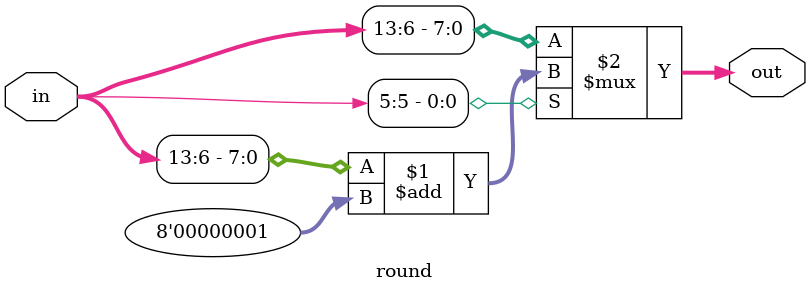
<source format=v>
/*
Author: LIM Tian Yi

Does a simple rounding by looking at the 6th bit to instead of truncating the last 6 bits.
*/
module round (
    input [13:0] in,
    output [7:0] out
);
    
assign out = in[5] ? in[13:6]+8'd1 : in[13:6];

endmodule
</source>
